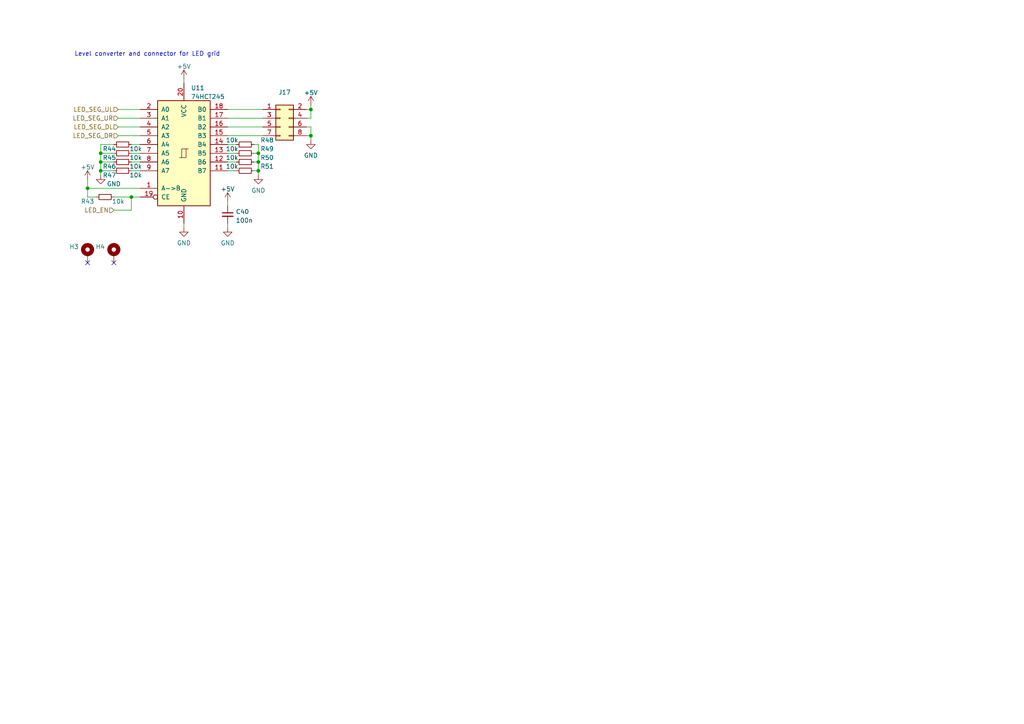
<source format=kicad_sch>
(kicad_sch (version 20211123) (generator eeschema)
  (paper "A4")
  (lib_symbols
    (symbol "74xx:74HC245" (pin_names (offset 1.016))
      (property "Reference" "U" (at -7.62 16.51 0))
      (property "Value" "74HC245" (at -7.62 -16.51 0))
      (symbol "74HC245_1_0"
        (polyline (pts (xy -0.635 -1.27) (xy -0.635 1.27) (xy 0.635 1.27)))
        (polyline (pts (xy -1.27 -1.27) (xy 0.635 -1.27) (xy 0.635 1.27) (xy 1.27 1.27)))
        (pin input line (at -12.7 -10.16 0) (length 5.08) (name "A->B") (number "1"))
        (pin power_in line (at 0 -20.32 90) (length 5.08) (name "GND") (number "10"))
        (pin tri_state line (at 12.7 -5.08 180) (length 5.08) (name "B7") (number "11"))
        (pin tri_state line (at 12.7 -2.54 180) (length 5.08) (name "B6") (number "12"))
        (pin tri_state line (at 12.7 0 180) (length 5.08) (name "B5") (number "13"))
        (pin tri_state line (at 12.7 2.54 180) (length 5.08) (name "B4") (number "14"))
        (pin tri_state line (at 12.7 5.08 180) (length 5.08) (name "B3") (number "15"))
        (pin tri_state line (at 12.7 7.62 180) (length 5.08) (name "B2") (number "16"))
        (pin tri_state line (at 12.7 10.16 180) (length 5.08) (name "B1") (number "17"))
        (pin tri_state line (at 12.7 12.7 180) (length 5.08) (name "B0") (number "18"))
        (pin input inverted (at -12.7 -12.7 0) (length 5.08) (name "CE") (number "19"))
        (pin tri_state line (at -12.7 12.7 0) (length 5.08) (name "A0") (number "2"))
        (pin power_in line (at 0 20.32 270) (length 5.08) (name "VCC") (number "20"))
        (pin tri_state line (at -12.7 10.16 0) (length 5.08) (name "A1") (number "3"))
        (pin tri_state line (at -12.7 7.62 0) (length 5.08) (name "A2") (number "4"))
        (pin tri_state line (at -12.7 5.08 0) (length 5.08) (name "A3") (number "5"))
        (pin tri_state line (at -12.7 2.54 0) (length 5.08) (name "A4") (number "6"))
        (pin tri_state line (at -12.7 0 0) (length 5.08) (name "A5") (number "7"))
        (pin tri_state line (at -12.7 -2.54 0) (length 5.08) (name "A6") (number "8"))
        (pin tri_state line (at -12.7 -5.08 0) (length 5.08) (name "A7") (number "9"))
      )
      (symbol "74HC245_1_1"
        (rectangle (start -7.62 15.24) (end 7.62 -15.24) (stroke (width 0.254)) (fill (type background)))
      )
    )
    (symbol "Connector_Generic:Conn_02x04_Odd_Even" (pin_names (offset 1.016) hide)
      (property "Reference" "J" (at 1.27 5.08 0))
      (property "Value" "Conn_02x04_Odd_Even" (at 1.27 -7.62 0))
      (symbol "Conn_02x04_Odd_Even_1_1"
        (rectangle (start -1.27 -4.953) (end 0 -5.207) (stroke (width 0.1524)))
        (rectangle (start -1.27 -2.413) (end 0 -2.667) (stroke (width 0.1524)))
        (rectangle (start -1.27 0.127) (end 0 -0.127) (stroke (width 0.1524)))
        (rectangle (start -1.27 2.667) (end 0 2.413) (stroke (width 0.1524)))
        (rectangle (start -1.27 3.81) (end 3.81 -6.35) (stroke (width 0.254)) (fill (type background)))
        (rectangle (start 3.81 -4.953) (end 2.54 -5.207) (stroke (width 0.1524)))
        (rectangle (start 3.81 -2.413) (end 2.54 -2.667) (stroke (width 0.1524)))
        (rectangle (start 3.81 0.127) (end 2.54 -0.127) (stroke (width 0.1524)))
        (rectangle (start 3.81 2.667) (end 2.54 2.413) (stroke (width 0.1524)))
        (pin passive line (at -5.08 2.54 0) (length 3.81) (name "Pin_1") (number "1"))
        (pin passive line (at 7.62 2.54 180) (length 3.81) (name "Pin_2") (number "2"))
        (pin passive line (at -5.08 0 0) (length 3.81) (name "Pin_3") (number "3"))
        (pin passive line (at 7.62 0 180) (length 3.81) (name "Pin_4") (number "4"))
        (pin passive line (at -5.08 -2.54 0) (length 3.81) (name "Pin_5") (number "5"))
        (pin passive line (at 7.62 -2.54 180) (length 3.81) (name "Pin_6") (number "6"))
        (pin passive line (at -5.08 -5.08 0) (length 3.81) (name "Pin_7") (number "7"))
        (pin passive line (at 7.62 -5.08 180) (length 3.81) (name "Pin_8") (number "8"))
      )
    )
    (symbol "Device:C_Small" (pin_numbers hide) (pin_names (offset 0.254) hide)
      (property "Reference" "C" (at 0.254 1.778 0))
      (property "Value" "C_Small" (at 0.254 -2.032 0))
      (symbol "C_Small_0_1"
        (polyline (pts (xy -1.524 -0.508) (xy 1.524 -0.508)) (stroke (width 0.3302)))
        (polyline (pts (xy -1.524 0.508) (xy 1.524 0.508)) (stroke (width 0.3048)))
      )
      (symbol "C_Small_1_1"
        (pin passive line (at 0 2.54 270) (length 2.032) (name "~") (number "1"))
        (pin passive line (at 0 -2.54 90) (length 2.032) (name "~") (number "2"))
      )
    )
    (symbol "Device:R_Small" (pin_numbers hide) (pin_names (offset 0.254) hide)
      (property "Reference" "R" (at 0.762 0.508 0))
      (property "Value" "R_Small" (at 0.762 -1.016 0))
      (symbol "R_Small_0_1"
        (rectangle (start -0.762 1.778) (end 0.762 -1.778) (stroke (width 0.2032)))
      )
      (symbol "R_Small_1_1"
        (pin passive line (at 0 2.54 270) (length 0.762) (name "~") (number "1"))
        (pin passive line (at 0 -2.54 90) (length 0.762) (name "~") (number "2"))
      )
    )
    (symbol "Mechanical:MountingHole_Pad" (pin_numbers hide) (pin_names (offset 1.016) hide)
      (property "Reference" "H" (at 0 6.35 0))
      (property "Value" "MountingHole_Pad" (at 0 4.445 0))
      (symbol "MountingHole_Pad_0_1"
        (circle (center 0 1.27) (radius 1.27) (stroke (width 1.27)))
      )
      (symbol "MountingHole_Pad_1_1"
        (pin input line (at 0 -2.54 90) (length 2.54) (name "1") (number "1"))
      )
    )
    (symbol "power:+5V" (power) (pin_numbers hide) (pin_names (offset 0) hide)
      (property "Value" "+5V" (at 0 3.556 0))
      (symbol "+5V_0_1"
        (polyline (pts (xy -0.762 1.27) (xy 0 2.54)))
        (polyline (pts (xy 0 0) (xy 0 2.54)))
        (polyline (pts (xy 0 2.54) (xy 0.762 1.27)))
      )
      (symbol "+5V_1_1"
        (pin power_in line (at 0 0 90) (length 0) hide (name "+5V") (number "1"))
      )
    )
    (symbol "power:GND" (power) (pin_numbers hide) (pin_names (offset 0) hide)
      (property "Value" "GND" (at 0 -3.81 0))
      (symbol "GND_0_1"
        (polyline (pts (xy 0 0) (xy 0 -1.27) (xy 1.27 -1.27) (xy 0 -2.54) (xy -1.27 -1.27) (xy 0 -1.27)))
      )
      (symbol "GND_1_1"
        (pin power_in line (at 0 0 270) (length 0) hide (name "GND") (number "1"))
      )
    )
  )
  (junction (at 90.17 39.37))
  (junction (at 29.21 46.99))
  (junction (at 29.21 44.45))
  (junction (at 74.93 49.53))
  (junction (at 25.4 54.61))
  (junction (at 29.21 49.53))
  (junction (at 74.93 44.45))
  (junction (at 90.17 31.75))
  (junction (at 38.1 57.15))
  (junction (at 74.93 46.99))
  (no_connect (at 25.4 76.2))
  (no_connect (at 33.02 76.2))
  (wire (pts (xy 74.93 41.91) (xy 74.93 44.45)))
  (wire (pts (xy 40.64 54.61) (xy 25.4 54.61)))
  (wire (pts (xy 53.34 64.77) (xy 53.34 66.04)))
  (wire (pts (xy 38.1 44.45) (xy 40.64 44.45)))
  (wire (pts (xy 29.21 44.45) (xy 29.21 46.99)))
  (wire (pts (xy 38.1 49.53) (xy 40.64 49.53)))
  (wire (pts (xy 38.1 41.91) (xy 40.64 41.91)))
  (wire (pts (xy 74.93 46.99) (xy 74.93 49.53)))
  (wire (pts (xy 34.29 31.75) (xy 40.64 31.75)))
  (wire (pts (xy 88.9 34.29) (xy 90.17 34.29)))
  (wire (pts (xy 29.21 49.53) (xy 33.02 49.53)))
  (wire (pts (xy 90.17 36.83) (xy 90.17 39.37)))
  (wire (pts (xy 66.04 58.42) (xy 66.04 59.69)))
  (wire (pts (xy 34.29 36.83) (xy 40.64 36.83)))
  (wire (pts (xy 76.2 36.83) (xy 66.04 36.83)))
  (wire (pts (xy 38.1 57.15) (xy 40.64 57.15)))
  (wire (pts (xy 33.02 41.91) (xy 29.21 41.91)))
  (wire (pts (xy 29.21 50.8) (xy 29.21 49.53)))
  (wire (pts (xy 33.02 60.96) (xy 38.1 60.96)))
  (wire (pts (xy 53.34 22.86) (xy 53.34 24.13)))
  (wire (pts (xy 34.29 34.29) (xy 40.64 34.29)))
  (wire (pts (xy 73.66 41.91) (xy 74.93 41.91)))
  (wire (pts (xy 66.04 46.99) (xy 68.58 46.99)))
  (wire (pts (xy 73.66 49.53) (xy 74.93 49.53)))
  (wire (pts (xy 66.04 49.53) (xy 68.58 49.53)))
  (wire (pts (xy 76.2 34.29) (xy 66.04 34.29)))
  (wire (pts (xy 90.17 30.48) (xy 90.17 31.75)))
  (wire (pts (xy 66.04 41.91) (xy 68.58 41.91)))
  (wire (pts (xy 76.2 31.75) (xy 66.04 31.75)))
  (wire (pts (xy 73.66 44.45) (xy 74.93 44.45)))
  (wire (pts (xy 74.93 49.53) (xy 74.93 50.8)))
  (wire (pts (xy 25.4 57.15) (xy 27.94 57.15)))
  (wire (pts (xy 38.1 46.99) (xy 40.64 46.99)))
  (wire (pts (xy 33.02 57.15) (xy 38.1 57.15)))
  (wire (pts (xy 66.04 64.77) (xy 66.04 66.04)))
  (wire (pts (xy 34.29 39.37) (xy 40.64 39.37)))
  (wire (pts (xy 90.17 31.75) (xy 88.9 31.75)))
  (wire (pts (xy 90.17 34.29) (xy 90.17 31.75)))
  (wire (pts (xy 74.93 44.45) (xy 74.93 46.99)))
  (wire (pts (xy 76.2 39.37) (xy 66.04 39.37)))
  (wire (pts (xy 38.1 60.96) (xy 38.1 57.15)))
  (wire (pts (xy 29.21 46.99) (xy 29.21 49.53)))
  (wire (pts (xy 88.9 39.37) (xy 90.17 39.37)))
  (wire (pts (xy 29.21 41.91) (xy 29.21 44.45)))
  (wire (pts (xy 88.9 36.83) (xy 90.17 36.83)))
  (wire (pts (xy 25.4 54.61) (xy 25.4 52.07)))
  (wire (pts (xy 66.04 44.45) (xy 68.58 44.45)))
  (wire (pts (xy 73.66 46.99) (xy 74.93 46.99)))
  (wire (pts (xy 25.4 57.15) (xy 25.4 54.61)))
  (wire (pts (xy 29.21 44.45) (xy 33.02 44.45)))
  (wire (pts (xy 90.17 39.37) (xy 90.17 40.64)))
  (wire (pts (xy 29.21 46.99) (xy 33.02 46.99)))
  (text "Level converter and connector for LED grid" (at 21.59 16.51 0) (effects (font (size 1.27 1.27)) (justify left bottom)))
  (hierarchical_label "LED_SEG_DR" (shape input) (at 34.29 39.37 180))
  (hierarchical_label "LED_SEG_DL" (shape input) (at 34.29 36.83 180))
  (hierarchical_label "LED_EN" (shape input) (at 33.02 60.96 180))
  (hierarchical_label "LED_SEG_UL" (shape input) (at 34.29 31.75 180))
  (hierarchical_label "LED_SEG_UR" (shape input) (at 34.29 34.29 180))
  (symbol (lib_id "Device:R_Small") (at 35.56 41.91 90) (unit 1)
    (property "Reference" "R44" (at 31.75 43.18 90))
    (property "Value" "10k" (at 39.37 43.18 90))
    (property "Footprint" "Resistor_SMD:R_0603_1608Metric" (effects hide))
  )
  (symbol (lib_id "Device:R_Small") (at 71.12 41.91 90) (unit 1)
    (property "Reference" "R48" (at 77.47 40.64 90))
    (property "Value" "10k" (at 67.31 40.64 90))
    (property "Footprint" "Resistor_SMD:R_0603_1608Metric" (effects hide))
  )
  (symbol (lib_id "power:GND") (at 53.34 66.04 0) (unit 1)
    (property "Reference" "#PWR099" (effects hide))
    (property "Value" "GND" (at 53.34 70.4834 0))
  )
  (symbol (lib_id "power:GND") (at 66.04 66.04 0) (unit 1)
    (property "Reference" "#PWR0101" (effects hide))
    (property "Value" "GND" (at 66.04 70.4834 0))
  )
  (symbol (lib_id "Device:R_Small") (at 71.12 46.99 90) (unit 1)
    (property "Reference" "R50" (at 77.47 45.72 90))
    (property "Value" "10k" (at 67.31 45.72 90))
    (property "Footprint" "Resistor_SMD:R_0603_1608Metric" (effects hide))
  )
  (symbol (lib_id "power:GND") (at 29.21 50.8 0) (unit 1)
    (property "Reference" "#PWR097" (effects hide))
    (property "Value" "GND" (at 33.02 53.34 0))
  )
  (symbol (lib_id "power:+5V") (at 66.04 58.42 0) (unit 1)
    (property "Reference" "#PWR0100" (effects hide))
    (property "Value" "+5V" (at 66.04 54.8442 0))
  )
  (symbol (lib_id "power:GND") (at 74.93 50.8 0) (unit 1)
    (property "Reference" "#PWR0102" (effects hide))
    (property "Value" "GND" (at 74.93 55.2434 0))
  )
  (symbol (lib_id "power:+5V") (at 25.4 52.07 0) (unit 1)
    (property "Reference" "#PWR096" (effects hide))
    (property "Value" "+5V" (at 25.4 48.4942 0))
  )
  (symbol (lib_id "Device:R_Small") (at 71.12 44.45 90) (unit 1)
    (property "Reference" "R49" (at 77.47 43.18 90))
    (property "Value" "10k" (at 67.31 43.18 90))
    (property "Footprint" "Resistor_SMD:R_0603_1608Metric" (effects hide))
  )
  (symbol (lib_id "74xx:74HC245") (at 53.34 44.45 0) (unit 1)
    (property "Reference" "U11" (at 55.3594 25.5102 0) (effects (justify left)))
    (property "Value" "74HCT245" (at 55.3594 28.0471 0) (effects (justify left)))
    (property "Footprint" "Package_SO:TSSOP-20_4.4x6.5mm_P0.65mm" (effects hide))
    (property "Datasheet" "http://www.ti.com/lit/gpn/sn74HC245" (effects hide))
  )
  (symbol (lib_id "Device:R_Small") (at 35.56 49.53 90) (unit 1)
    (property "Reference" "R47" (at 31.75 50.8 90))
    (property "Value" "10k" (at 39.37 50.8 90))
    (property "Footprint" "Resistor_SMD:R_0603_1608Metric" (effects hide))
  )
  (symbol (lib_id "Mechanical:MountingHole_Pad") (at 33.02 73.66 0) (mirror y) (unit 1)
    (property "Reference" "H4" (at 30.48 71.5553 0) (effects (justify left)))
    (property "Value" "MountingHole_Pad" (effects hide))
    (property "Footprint" "MountingHole:MountingHole_3.2mm_M3_Pad" (effects hide))
  )
  (symbol (lib_id "power:GND") (at 90.17 40.64 0) (unit 1)
    (property "Reference" "#PWR0104" (effects hide))
    (property "Value" "GND" (at 90.17 45.0834 0))
  )
  (symbol (lib_id "power:+5V") (at 53.34 22.86 0) (unit 1)
    (property "Reference" "#PWR098" (effects hide))
    (property "Value" "+5V" (at 53.34 19.2842 0))
  )
  (symbol (lib_id "Mechanical:MountingHole_Pad") (at 25.4 73.66 0) (mirror y) (unit 1)
    (property "Reference" "H3" (at 22.86 71.5553 0) (effects (justify left)))
    (property "Value" "MountingHole_Pad" (effects hide))
    (property "Footprint" "MountingHole:MountingHole_3.2mm_M3_Pad" (effects hide))
  )
  (symbol (lib_id "Device:R_Small") (at 35.56 46.99 90) (unit 1)
    (property "Reference" "R46" (at 31.75 48.26 90))
    (property "Value" "10k" (at 39.37 48.26 90))
    (property "Footprint" "Resistor_SMD:R_0603_1608Metric" (effects hide))
  )
  (symbol (lib_id "Device:R_Small") (at 30.48 57.15 90) (unit 1)
    (property "Reference" "R43" (at 25.4 58.42 90))
    (property "Value" "10k" (at 34.29 58.42 90))
    (property "Footprint" "Resistor_SMD:R_0603_1608Metric" (effects hide))
  )
  (symbol (lib_id "Device:R_Small") (at 71.12 49.53 90) (unit 1)
    (property "Reference" "R51" (at 77.47 48.26 90))
    (property "Value" "10k" (at 67.31 48.26 90))
    (property "Footprint" "Resistor_SMD:R_0603_1608Metric" (effects hide))
  )
  (symbol (lib_id "Connector_Generic:Conn_02x04_Odd_Even") (at 81.28 34.29 0) (unit 1)
    (property "Reference" "J17" (at 82.55 26.7802 0))
    (property "Value" "Conn_02x04_Odd_Even" (effects hide))
    (property "Footprint" "Connector_IDC:IDC-Header_2x04_P2.54mm_Vertical" (effects hide))
  )
  (symbol (lib_id "Device:C_Small") (at 66.04 62.23 0) (unit 1)
    (property "Reference" "C40" (at 68.3641 61.4016 0) (effects (justify left)))
    (property "Value" "100n" (at 68.3641 63.9385 0) (effects (justify left)))
    (property "Footprint" "Capacitor_SMD:C_0603_1608Metric" (effects hide))
  )
  (symbol (lib_id "Device:R_Small") (at 35.56 44.45 90) (unit 1)
    (property "Reference" "R45" (at 31.75 45.72 90))
    (property "Value" "10k" (at 39.37 45.72 90))
    (property "Footprint" "Resistor_SMD:R_0603_1608Metric" (effects hide))
  )
  (symbol (lib_id "power:+5V") (at 90.17 30.48 0) (unit 1)
    (property "Reference" "#PWR0103" (effects hide))
    (property "Value" "+5V" (at 90.17 26.9042 0))
  )
)
</source>
